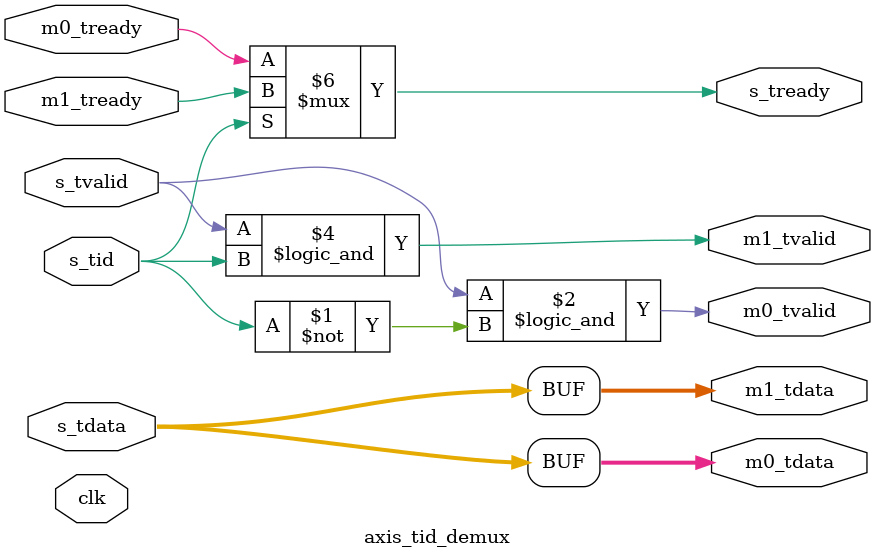
<source format=v>
module axis_tid_demux (
    input clk,
    input s_tvalid,
    output s_tready,
    input [63:0] s_tdata,
    input [0:0] s_tid,
    output m0_tvalid,
    input m0_tready,
    output [63:0] m0_tdata,
    output m1_tvalid,
    input m1_tready,
    output [63:0] m1_tdata
);

    assign m0_tvalid = s_tvalid && s_tid == 1'b0;
    assign m1_tvalid = s_tvalid && s_tid == 1'b1;
    assign m0_tdata = s_tdata;
    assign m1_tdata = s_tdata;
    assign s_tready = s_tid == 1'b0 ? m0_tready : m1_tready;

endmodule

</source>
